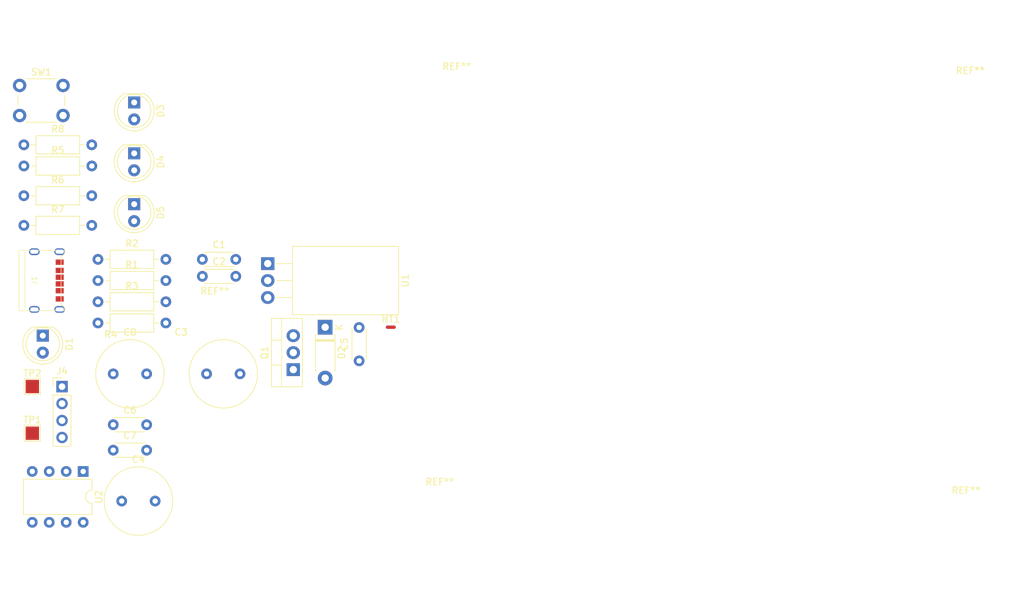
<source format=kicad_pcb>
(kicad_pcb (version 20211014) (generator pcbnew)
  (title_block (title "Mug Warmer Plate") (date "2022-05-14") (rev "0.1") (company "KMBS Labs"))
  (layers (0 "F.Cu" signal) (31 "B.Cu" signal) (34 "B.Paste" user) (35 "F.Paste" user) (36 "B.SilkS" user "B.Silkscreen") (37 "F.SilkS" user "F.Silkscreen") (38 "B.Mask" user) (39 "F.Mask" user) (44 "Edge.Cuts" user))
  (net 0 "")
  (net 1 "GND")
  (net 2 "ELEMENT")
  (net 3 "TEMP")
  (net 4 "Net-(D1-Pad2)")
  (net 5 "Net-(D3-Pad2)")
  (net 6 "Net-(D4-Pad2)")
  (net 7 "Net-(D5-Pad2)")
  (net 8 "/TX")
  (net 9 "/RX")
  (net 10 "GATE")
  (net 11 "Net-(R5-Pad1)")
  (net 12 "Net-(R8-Pad1)")
  (net 13 "+5V")
  (net 14 "Net-(R1-Pad1)")
  (net 15 "Net-(R2-Pad1)")
  (footprint "LED_THT:LED_D5.0mm" (layer "F.Cu") (at 138.43 72.39 -90)
    (fp_text reference "D3" (at 1.27 -3.96 90) (layer "F.SilkS"))
    (fp_text value "LED")
    (fp_line (start -1.29 -1.545) (end -1.29 1.545) (layer "F.SilkS") (width 0.12))
    (fp_arc (start 4.26 -0.000462) (mid 2.072002 2.880433) (end -1.29 1.54483) (layer "F.SilkS") (width 0.12))
    (fp_arc (start -1.29 -1.54483) (mid 2.072002 -2.880433) (end 4.26 0.000462) (layer "F.SilkS") (width 0.12))
    (fp_circle (center 1.27 0) (end 3.77 0) (layer "F.SilkS") (width 0.12) (fill none))
    (pad "1" thru_hole rect (at 0 0 270) (size 1.8 1.8) (drill 0.9) (layers *.Cu *.Mask) (net 1 "GND"))
    (pad "2" thru_hole circle (at 2.54 0 270) (size 1.8 1.8) (drill 0.9) (layers *.Cu *.Mask) (net 5 "Net-(D3-Pad2)"))
  )
  (footprint "USB_C_Power:TYPE-C-31-M-17" (layer "F.Cu") (at 123.485 99.06 -90)
    (fp_text reference "J1" (at 0 0 90) (layer "F.SilkS") (effects (font (size 0.8 0.8) (thickness 0.1))))
    (fp_text value "USB_C_Receptacle_USB2.0")
    (fp_line (start -4 -4.5) (end -3.5 -4) (layer "F.SilkS") (width 0.1))
    (fp_line (start 4.5 -4.5) (end 4.5 2.3) (layer "F.SilkS") (width 0.1))
    (fp_line (start -4.5 -4.5) (end -4.5 2.3) (layer "F.SilkS") (width 0.1))
    (fp_line (start 4.5 2.3) (end -4.5 2.3) (layer "F.SilkS") (width 0.1))
    (fp_line (start 4.2 1.4) (end -4.2 1.4) (layer "F.SilkS") (width 0.1))
    (fp_line (start -4.5 -4.5) (end -4 -4.5) (layer "F.SilkS") (width 0.1))
    (fp_line (start -3.5 -4) (end 3.5 -4) (layer "F.SilkS") (width 0.1))
    (fp_line (start 4 -4.5) (end 4.5 -4.5) (layer "F.SilkS") (width 0.1))
    (fp_line (start 3.5 -4) (end 4 -4.5) (layer "F.SilkS") (width 0.1))
    (pad "1" thru_hole roundrect (at 4.32 0 270) (size 1 1.6) (drill oval 0.6 1.2) (layers *.Cu *.Mask) (roundrect_rratio 0.5))
    (pad "1" thru_hole roundrect (at -4.32 0 270) (size 1 1.6) (drill oval 0.6 1.2) (layers *.Cu *.Mask) (roundrect_rratio 0.5))
    (pad "1" thru_hole roundrect (at 4.32 -3.8 270) (size 1 1.6) (drill oval 0.6 1.2) (layers *.Cu *.Mask) (roundrect_rratio 0.5))
    (pad "1" thru_hole roundrect (at -4.32 -3.8 270) (size 1 1.6) (drill oval 0.6 1.2) (layers *.Cu *.Mask) (roundrect_rratio 0.5))
    (pad "A4" smd rect (at 1.52 -3.8 270) (size 0.8 1.2) (layers "F.Cu" "F.Paste" "F.Mask") (net 13 "+5V"))
    (pad "A5" smd rect (at -0.5 -3.8 270) (size 0.8 1.2) (layers "F.Cu" "F.Paste" "F.Mask") (net 15 "Net-(R2-Pad1)"))
    (pad "A12" smd rect (at 2.75 -3.8 270) (size 0.8 1.2) (layers "F.Cu" "F.Paste" "F.Mask") (net 1 "GND"))
    (pad "B5" smd rect (at 0.5 -3.8 270) (size 0.8 1.2) (layers "F.Cu" "F.Paste" "F.Mask") (net 14 "Net-(R1-Pad1)"))
    (pad "B9" smd rect (at -1.52 -3.8 270) (size 0.8 1.2) (layers "F.Cu" "F.Paste" "F.Mask") (net 13 "+5V"))
    (pad "B12" smd rect (at -2.75 -3.8 270) (size 0.8 1.2) (layers "F.Cu" "F.Paste" "F.Mask") (net 1 "GND"))
  )
  (footprint "NetTie:NetTie-2_SMD_Pad0.5mm" (layer "F.Cu") (at 176.825 106.045)
    (fp_text reference "NT1" (at 0 -1.2) (layer "F.SilkS"))
    (fp_text value "NetTie_2")
    (fp_poly (pts (xy -0.5 -0.25) (xy 0.5 -0.25) (xy 0.5 0.25) (xy -0.5 0.25)) (layer "F.Cu") (width 0) (fill solid))
    (pad "1" smd circle (at -0.5 0) (size 0.5 0.5) (layers "F.Cu") (net 13 "+5V"))
    (pad "2" smd circle (at 0.5 0) (size 0.5 0.5) (layers "F.Cu") (net 2 "ELEMENT"))
  )
  (footprint "TestPoint:TestPoint_Pad_2.0x2.0mm" (layer "F.Cu") (at 123.19 114.935)
    (fp_text reference "TP2" (at 0 -1.998) (layer "F.SilkS"))
    (fp_text value "TestPoint")
    (fp_line (start -1.2 -1.2) (end 1.2 -1.2) (layer "F.SilkS") (width 0.12))
    (fp_line (start 1.2 1.2) (end -1.2 1.2) (layer "F.SilkS") (width 0.12))
    (fp_line (start 1.2 -1.2) (end 1.2 1.2) (layer "F.SilkS") (width 0.12))
    (fp_line (start -1.2 1.2) (end -1.2 -1.2) (layer "F.SilkS") (width 0.12))
    (pad "1" smd rect (at 0 0) (size 2 2) (layers "F.Cu" "F.Mask") (net 1 "GND"))
  )
  (footprint "Capacitor_THT:C_Disc_D4.3mm_W1.9mm_P5.00mm" (layer "F.Cu") (at 148.63 95.885)
    (fp_text reference "C1" (at 2.5 -2.2) (layer "F.SilkS"))
    (fp_text value "10nF")
    (fp_line (start 4.77 1.055) (end 4.77 1.07) (layer "F.SilkS") (width 0.12))
    (fp_line (start 0.23 1.07) (end 4.77 1.07) (layer "F.SilkS") (width 0.12))
    (fp_line (start 0.23 -1.07) (end 0.23 -1.055) (layer "F.SilkS") (width 0.12))
    (fp_line (start 0.23 -1.07) (end 4.77 -1.07) (layer "F.SilkS") (width 0.12))
    (fp_line (start 4.77 -1.07) (end 4.77 -1.055) (layer "F.SilkS") (width 0.12))
    (fp_line (start 0.23 1.055) (end 0.23 1.07) (layer "F.SilkS") (width 0.12))
    (pad "1" thru_hole circle (at 0 0) (size 1.6 1.6) (drill 0.8) (layers *.Cu *.Mask) (net 1 "GND"))
    (pad "2" thru_hole circle (at 5 0) (size 1.6 1.6) (drill 0.8) (layers *.Cu *.Mask) (net 13 "+5V"))
  )
  (footprint "Capacitor_THT:C_Disc_D4.3mm_W1.9mm_P5.00mm" (layer "F.Cu") (at 135.295 120.65)
    (fp_text reference "C6" (at 2.5 -2.2) (layer "F.SilkS"))
    (fp_text value "10nF")
    (fp_line (start 4.77 -1.07) (end 4.77 -1.055) (layer "F.SilkS") (width 0.12))
    (fp_line (start 0.23 -1.07) (end 4.77 -1.07) (layer "F.SilkS") (width 0.12))
    (fp_line (start 0.23 1.07) (end 4.77 1.07) (layer "F.SilkS") (width 0.12))
    (fp_line (start 0.23 -1.07) (end 0.23 -1.055) (layer "F.SilkS") (width 0.12))
    (fp_line (start 0.23 1.055) (end 0.23 1.07) (layer "F.SilkS") (width 0.12))
    (fp_line (start 4.77 1.055) (end 4.77 1.07) (layer "F.SilkS") (width 0.12))
    (pad "1" thru_hole circle (at 0 0) (size 1.6 1.6) (drill 0.8) (layers *.Cu *.Mask) (net 1 "GND"))
    (pad "2" thru_hole circle (at 5 0) (size 1.6 1.6) (drill 0.8) (layers *.Cu *.Mask) (net 13 "+5V"))
  )
  (footprint "MountingHole:MountingHole_2.5mm" (layer "F.Cu") (at 262.89 133.985)
    (fp_text reference "REF**" (at 0 -3.5) (layer "F.SilkS"))
    (fp_text value "MountingHole_2.5mm")
    (pad "" np_thru_hole circle (at 0 0) (size 2.5 2.5) (drill 2.5) (layers *.Cu *.Mask))
  )
  (footprint "MountingHole:MountingHole_2.5mm" (layer "F.Cu") (at 184.15 132.715)
    (fp_text reference "REF**" (at 0 -3.5) (layer "F.SilkS"))
    (fp_text value "MountingHole_2.5mm")
    (pad "" np_thru_hole circle (at 0 0) (size 2.5 2.5) (drill 2.5) (layers *.Cu *.Mask))
  )
  (footprint "Capacitor_THT:C_Disc_D4.3mm_W1.9mm_P5.00mm" (layer "F.Cu") (at 148.63 98.425)
    (fp_text reference "C2" (at 2.5 -2.2) (layer "F.SilkS"))
    (fp_text value "100nF")
    (fp_line (start 4.77 -1.07) (end 4.77 -1.055) (layer "F.SilkS") (width 0.12))
    (fp_line (start 0.23 1.055) (end 0.23 1.07) (layer "F.SilkS") (width 0.12))
    (fp_line (start 0.23 1.07) (end 4.77 1.07) (layer "F.SilkS") (width 0.12))
    (fp_line (start 4.77 1.055) (end 4.77 1.07) (layer "F.SilkS") (width 0.12))
    (fp_line (start 0.23 -1.07) (end 0.23 -1.055) (layer "F.SilkS") (width 0.12))
    (fp_line (start 0.23 -1.07) (end 4.77 -1.07) (layer "F.SilkS") (width 0.12))
    (pad "1" thru_hole circle (at 0 0) (size 1.6 1.6) (drill 0.8) (layers *.Cu *.Mask) (net 1 "GND"))
    (pad "2" thru_hole circle (at 5 0) (size 1.6 1.6) (drill 0.8) (layers *.Cu *.Mask) (net 13 "+5V"))
  )
  (footprint "MountingHole:MountingHole_2.5mm" (layer "F.Cu") (at 186.69 70.485)
    (fp_text reference "REF**" (at 0 -3.5) (layer "F.SilkS"))
    (fp_text value "MountingHole_2.5mm")
    (pad "" np_thru_hole circle (at 0 0) (size 2.5 2.5) (drill 2.5) (layers *.Cu *.Mask))
  )
  (footprint "Package_DIP:DIP-8_W7.62mm" (layer "F.Cu") (at 130.8 127.645 -90)
    (fp_text reference "U2" (at 3.81 -2.33 90) (layer "F.SilkS"))
    (fp_text value "ATtiny85-20P")
    (fp_line (start 1.16 8.95) (end 6.46 8.95) (layer "F.SilkS") (width 0.12))
    (fp_line (start 6.46 8.95) (end 6.46 -1.33) (layer "F.SilkS") (width 0.12))
    (fp_line (start 6.46 -1.33) (end 4.81 -1.33) (layer "F.SilkS") (width 0.12))
    (fp_line (start 2.81 -1.33) (end 1.16 -1.33) (layer "F.SilkS") (width 0.12))
    (fp_line (start 1.16 -1.33) (end 1.16 8.95) (layer "F.SilkS") (width 0.12))
    (fp_arc (start 4.81 -1.33) (mid 3.81 -0.33) (end 2.81 -1.33) (layer "F.SilkS") (width 0.12))
    (pad "1" thru_hole rect (at 0 0 270) (size 1.6 1.6) (drill 0.8) (layers *.Cu *.Mask) (net 3 "TEMP"))
    (pad "2" thru_hole oval (at 0 2.54 270) (size 1.6 1.6) (drill 0.8) (layers *.Cu *.Mask) (net 9 "/RX"))
    (pad "3" thru_hole oval (at 0 5.08 270) (size 1.6 1.6) (drill 0.8) (layers *.Cu *.Mask) (net 8 "/TX"))
    (pad "4" thru_hole oval (at 0 7.62 270) (size 1.6 1.6) (drill 0.8) (layers *.Cu *.Mask) (net 1 "GND"))
    (pad "5" thru_hole oval (at 7.62 7.62 270) (size 1.6 1.6) (drill 0.8) (layers *.Cu *.Mask) (net 10 "GATE"))
    (pad "6" thru_hole oval (at 7.62 5.08 270) (size 1.6 1.6) (drill 0.8) (layers *.Cu *.Mask) (net 11 "Net-(R5-Pad1)"))
    (pad "7" thru_hole oval (at 7.62 2.54 270) (size 1.6 1.6) (drill 0.8) (layers *.Cu *.Mask) (net 12 "Net-(R8-Pad1)"))
    (pad "8" thru_hole oval (at 7.62 0 270) (size 1.6 1.6) (drill 0.8) (layers *.Cu *.Mask) (net 13 "+5V"))
  )
  (footprint "Resistor_THT:R_Axial_DIN0207_L6.3mm_D2.5mm_P10.16mm_Horizontal" (layer "F.Cu") (at 143.17 105.41 180)
    (fp_text reference "R4" (at 8.255 -1.735) (layer "F.SilkS"))
    (fp_text value "10k")
    (fp_line (start 1.04 0) (end 1.81 0) (layer "F.SilkS") (width 0.12))
    (fp_line (start 1.81 -1.37) (end 1.81 1.37) (layer "F.SilkS") (width 0.12))
    (fp_line (start 9.12 0) (end 8.35 0) (layer "F.SilkS") (width 0.12))
    (fp_line (start 1.81 1.37) (end 8.35 1.37) (layer "F.SilkS") (width 0.12))
    (fp_line (start 8.35 -1.37) (end 1.81 -1.37) (layer "F.SilkS") (width 0.12))
    (fp_line (start 8.35 1.37) (end 8.35 -1.37) (layer "F.SilkS") (width 0.12))
    (pad "1" thru_hole circle (at 0 0 180) (size 1.6 1.6) (drill 0.8) (layers *.Cu *.Mask) (net 10 "GATE"))
    (pad "2" thru_hole oval (at 10.16 0 180) (size 1.6 1.6) (drill 0.8) (layers *.Cu *.Mask) (net 1 "GND"))
  )
  (footprint "MountingHole:MountingHole_2.5mm" (layer "F.Cu") (at 263.525 71.12)
    (fp_text reference "REF**" (at 0 -3.5) (layer "F.SilkS"))
    (fp_text value "MountingHole_2.5mm")
    (pad "" np_thru_hole circle (at 0 0) (size 2.5 2.5) (drill 2.5) (layers *.Cu *.Mask))
  )
  (footprint "Capacitor_THT:C_Radial_D10.0mm_H12.5mm_P5.00mm" (layer "F.Cu") (at 136.565 132.08)
    (fp_text reference "C4" (at 2.5 -6.25) (layer "F.SilkS"))
    (fp_text value "1uF")
    (fp_circle (center 2.5 0) (end 7.62 0) (layer "F.SilkS") (width 0.12) (fill none))
    (pad "1" thru_hole circle (at 0 0) (size 1.6 1.6) (drill 0.8) (layers *.Cu *.Mask) (net 1 "GND"))
    (pad "2" thru_hole circle (at 5 0) (size 1.6 1.6) (drill 0.8) (layers *.Cu *.Mask) (net 3 "TEMP"))
  )
  (footprint "Resistor_THT:R_Axial_DIN0207_L6.3mm_D2.5mm_P10.16mm_Horizontal" (layer "F.Cu") (at 133.01 99.06)
    (fp_text reference "R1" (at 5.08 -2.37) (layer "F.SilkS"))
    (fp_text value "5k1")
    (fp_line (start 9.12 0) (end 8.35 0) (layer "F.SilkS") (width 0.12))
    (fp_line (start 1.81 1.37) (end 8.35 1.37) (layer "F.SilkS") (width 0.12))
    (fp_line (start 1.04 0) (end 1.81 0) (layer "F.SilkS") (width 0.12))
    (fp_line (start 8.35 -1.37) (end 1.81 -1.37) (layer "F.SilkS") (width 0.12))
    (fp_line (start 8.35 1.37) (end 8.35 -1.37) (layer "F.SilkS") (width 0.12))
    (fp_line (start 1.81 -1.37) (end 1.81 1.37) (layer "F.SilkS") (width 0.12))
    (pad "1" thru_hole circle (at 0 0) (size 1.6 1.6) (drill 0.8) (layers *.Cu *.Mask) (net 14 "Net-(R1-Pad1)"))
    (pad "2" thru_hole oval (at 10.16 0) (size 1.6 1.6) (drill 0.8) (layers *.Cu *.Mask) (net 1 "GND"))
  )
  (footprint "Resistor_THT:R_Axial_DIN0207_L6.3mm_D2.5mm_P10.16mm_Horizontal" (layer "F.Cu") (at 121.93 81.9)
    (fp_text reference "R5" (at 5.08 -2.37) (layer "F.SilkS"))
    (fp_text value "1k")
    (fp_line (start 1.81 -1.37) (end 1.81 1.37) (layer "F.SilkS") (width 0.12))
    (fp_line (start 1.04 0) (end 1.81 0) (layer "F.SilkS") (width 0.12))
    (fp_line (start 1.81 1.37) (end 8.35 1.37) (layer "F.SilkS") (width 0.12))
    (fp_line (start 8.35 -1.37) (end 1.81 -1.37) (layer "F.SilkS") (width 0.12))
    (fp_line (start 9.12 0) (end 8.35 0) (layer "F.SilkS") (width 0.12))
    (fp_line (start 8.35 1.37) (end 8.35 -1.37) (layer "F.SilkS") (width 0.12))
    (pad "1" thru_hole circle (at 0 0) (size 1.6 1.6) (drill 0.8) (layers *.Cu *.Mask) (net 11 "Net-(R5-Pad1)"))
    (pad "2" thru_hole oval (at 10.16 0) (size 1.6 1.6) (drill 0.8) (layers *.Cu *.Mask) (net 5 "Net-(D3-Pad2)"))
  )
  (footprint "Resistor_THT:R_Axial_DIN0207_L6.3mm_D2.5mm_P10.16mm_Horizontal" (layer "F.Cu") (at 121.92 86.355)
    (fp_text reference "R6" (at 5.08 -2.37) (layer "F.SilkS"))
    (fp_text value "1k")
    (fp_line (start 1.81 -1.37) (end 1.81 1.37) (layer "F.SilkS") (width 0.12))
    (fp_line (start 8.35 -1.37) (end 1.81 -1.37) (layer "F.SilkS") (width 0.12))
    (fp_line (start 8.35 1.37) (end 8.35 -1.37) (layer "F.SilkS") (width 0.12))
    (fp_line (start 1.04 0) (end 1.81 0) (layer "F.SilkS") (width 0.12))
    (fp_line (start 9.12 0) (end 8.35 0) (layer "F.SilkS") (width 0.12))
    (fp_line (start 1.81 1.37) (end 8.35 1.37) (layer "F.SilkS") (width 0.12))
    (pad "1" thru_hole circle (at 0 0) (size 1.6 1.6) (drill 0.8) (layers *.Cu *.Mask) (net 9 "/RX"))
    (pad "2" thru_hole oval (at 10.16 0) (size 1.6 1.6) (drill 0.8) (layers *.Cu *.Mask) (net 6 "Net-(D4-Pad2)"))
  )
  (footprint "Capacitor_THT:C_Radial_D10.0mm_H12.5mm_P5.00mm" (layer "F.Cu") (at 149.265 113.03)
    (fp_text reference "C3" (at -3.81 -6.25) (layer "F.SilkS"))
    (fp_text value "22uF")
    (fp_circle (center 2.5 0) (end 7.62 0) (layer "F.SilkS") (width 0.12) (fill none))
    (pad "1" thru_hole circle (at 0 0) (size 1.6 1.6) (drill 0.8) (layers *.Cu *.Mask) (net 1 "GND"))
    (pad "2" thru_hole circle (at 5 0) (size 1.6 1.6) (drill 0.8) (layers *.Cu *.Mask) (net 13 "+5V"))
  )
  (footprint "Capacitor_THT:C_Radial_D10.0mm_H12.5mm_P5.00mm" (layer "F.Cu") (at 135.295 113.03)
    (fp_text reference "C8" (at 2.5 -6.25) (layer "F.SilkS"))
    (fp_text value "22uF")
    (fp_circle (center 2.5 0) (end 7.62 0) (layer "F.SilkS") (width 0.12) (fill none))
    (pad "1" thru_hole circle (at 0 0) (size 1.6 1.6) (drill 0.8) (layers *.Cu *.Mask) (net 1 "GND"))
    (pad "2" thru_hole circle (at 5 0) (size 1.6 1.6) (drill 0.8) (layers *.Cu *.Mask) (net 13 "+5V"))
  )
  (footprint "Capacitor_THT:C_Disc_D4.3mm_W1.9mm_P5.00mm" (layer "F.Cu") (at 172.085 111.085 90)
    (fp_text reference "C5" (at 2.5 -2.2 90) (layer "F.SilkS"))
    (fp_text value "1nF")
    (fp_line (start 0.23 -1.07) (end 0.23 -1.055) (layer "F.SilkS") (width 0.12))
    (fp_line (start 0.23 1.055) (end 0.23 1.07) (layer "F.SilkS") (width 0.12))
    (fp_line (start 0.23 -1.07) (end 4.77 -1.07) (layer "F.SilkS") (width 0.12))
    (fp_line (start 4.77 -1.07) (end 4.77 -1.055) (layer "F.SilkS") (width 0.12))
    (fp_line (start 4.77 1.055) (end 4.77 1.07) (layer "F.SilkS") (width 0.12))
    (fp_line (start 0.23 1.07) (end 4.77 1.07) (layer "F.SilkS") (width 0.12))
    (pad "1" thru_hole circle (at 0 0 90) (size 1.6 1.6) (drill 0.8) (layers *.Cu *.Mask) (net 2 "ELEMENT"))
    (pad "2" thru_hole circle (at 5 0 90) (size 1.6 1.6) (drill 0.8) (layers *.Cu *.Mask) (net 13 "+5V"))
  )
  (footprint "LED_THT:LED_D5.0mm" (layer "F.Cu") (at 138.43 87.625 -90)
    (fp_text reference "D5" (at 1.27 -3.96 90) (layer "F.SilkS"))
    (fp_text value "LED")
    (fp_line (start -1.29 -1.545) (end -1.29 1.545) (layer "F.SilkS") (width 0.12))
    (fp_arc (start 4.26 -0.000462) (mid 2.072002 2.880433) (end -1.29 1.54483) (layer "F.SilkS") (width 0.12))
    (fp_arc (start -1.29 -1.54483) (mid 2.072002 -2.880433) (end 4.26 0.000462) (layer "F.SilkS") (width 0.12))
    (fp_circle (center 1.27 0) (end 3.77 0) (layer "F.SilkS") (width 0.12) (fill none))
    (pad "1" thru_hole rect (at 0 0 270) (size 1.8 1.8) (drill 0.9) (layers *.Cu *.Mask) (net 1 "GND"))
    (pad "2" thru_hole circle (at 2.54 0 270) (size 1.8 1.8) (drill 0.9) (layers *.Cu *.Mask) (net 7 "Net-(D5-Pad2)"))
  )
  (footprint "LED_THT:LED_D5.0mm" (layer "F.Cu") (at 124.755 107.31 -90)
    (fp_text reference "D1" (at 1.27 -3.96 90) (layer "F.SilkS"))
    (fp_text value "LED")
    (fp_line (start -1.29 -1.545) (end -1.29 1.545) (layer "F.SilkS") (width 0.12))
    (fp_arc (start 4.26 -0.000462) (mid 2.072002 2.880433) (end -1.29 1.54483) (layer "F.SilkS") (width 0.12))
    (fp_arc (start -1.29 -1.54483) (mid 2.072002 -2.880433) (end 4.26 0.000462) (layer "F.SilkS") (width 0.12))
    (fp_circle (center 1.27 0) (end 3.77 0) (layer "F.SilkS") (width 0.12) (fill none))
    (pad "1" thru_hole rect (at 0 0 270) (size 1.8 1.8) (drill 0.9) (layers *.Cu *.Mask) (net 1 "GND"))
    (pad "2" thru_hole circle (at 2.54 0 270) (size 1.8 1.8) (drill 0.9) (layers *.Cu *.Mask) (net 4 "Net-(D1-Pad2)"))
  )
  (footprint "Button_Switch_THT:SW_PUSH_6mm_H4.3mm" (layer "F.Cu") (at 121.285 69.845)
    (fp_text reference "SW1" (at 3.25 -2) (layer "F.SilkS"))
    (fp_text value "SW_DIP_x01")
    (fp_line (start 1 5.5) (end 5.5 5.5) (layer "F.SilkS") (width 0.12))
    (fp_line (start -0.25 1.5) (end -0.25 3) (layer "F.SilkS") (width 0.12))
    (fp_line (start 6.75 3) (end 6.75 1.5) (layer "F.SilkS") (width 0.12))
    (fp_line (start 5.5 -1) (end 1 -1) (layer "F.SilkS") (width 0.12))
    (pad "1" thru_hole circle (at 0 0 90) (size 2 2) (drill 1.1) (layers *.Cu *.Mask) (net 12 "Net-(R8-Pad1)"))
    (pad "1" thru_hole circle (at 6.5 0 90) (size 2 2) (drill 1.1) (layers *.Cu *.Mask) (net 12 "Net-(R8-Pad1)"))
    (pad "2" thru_hole circle (at 6.5 4.5 90) (size 2 2) (drill 1.1) (layers *.Cu *.Mask) (net 13 "+5V"))
    (pad "2" thru_hole circle (at 0 4.5 90) (size 2 2) (drill 1.1) (layers *.Cu *.Mask) (net 13 "+5V"))
  )
  (footprint "Capacitor_THT:C_Disc_D4.3mm_W1.9mm_P5.00mm" (layer "F.Cu") (at 135.295 124.46)
    (fp_text reference "C7" (at 2.5 -2.2) (layer "F.SilkS"))
    (fp_text value "100nF")
    (fp_line (start 0.23 1.055) (end 0.23 1.07) (layer "F.SilkS") (width 0.12))
    (fp_line (start 0.23 -1.07) (end 4.77 -1.07) (layer "F.SilkS") (width 0.12))
    (fp_line (start 0.23 1.07) (end 4.77 1.07) (layer "F.SilkS") (width 0.12))
    (fp_line (start 4.77 -1.07) (end 4.77 -1.055) (layer "F.SilkS") (width 0.12))
    (fp_line (start 4.77 1.055) (end 4.77 1.07) (layer "F.SilkS") (width 0.12))
    (fp_line (start 0.23 -1.07) (end 0.23 -1.055) (layer "F.SilkS") (width 0.12))
    (pad "1" thru_hole circle (at 0 0) (size 1.6 1.6) (drill 0.8) (layers *.Cu *.Mask) (net 1 "GND"))
    (pad "2" thru_hole circle (at 5 0) (size 1.6 1.6) (drill 0.8) (layers *.Cu *.Mask) (net 13 "+5V"))
  )
  (footprint "MountingHole:MountingHole_2.5mm" (layer "F.Cu") (at 150.495 104.14)
    (fp_text reference "REF**" (at 0 -3.5) (layer "F.SilkS"))
    (fp_text value "MountingHole_2.5mm")
    (pad "" np_thru_hole circle (at 0 0) (size 2.5 2.5) (drill 2.5) (layers *.Cu *.Mask))
  )
  (footprint "LED_THT:LED_D5.0mm" (layer "F.Cu") (at 138.43 80.01 -90)
    (fp_text reference "D4" (at 1.27 -3.96 90) (layer "F.SilkS"))
    (fp_text value "LED")
    (fp_line (start -1.29 -1.545) (end -1.29 1.545) (layer "F.SilkS") (width 0.12))
    (fp_arc (start 4.26 -0.000462) (mid 2.072002 2.880433) (end -1.29 1.54483) (layer "F.SilkS") (width 0.12))
    (fp_arc (start -1.29 -1.54483) (mid 2.072002 -2.880433) (end 4.26 0.000462) (layer "F.SilkS") (width 0.12))
    (fp_circle (center 1.27 0) (end 3.77 0) (layer "F.SilkS") (width 0.12) (fill none))
    (pad "1" thru_hole rect (at 0 0 270) (size 1.8 1.8) (drill 0.9) (layers *.Cu *.Mask) (net 1 "GND"))
    (pad "2" thru_hole circle (at 2.54 0 270) (size 1.8 1.8) (drill 0.9) (layers *.Cu *.Mask) (net 6 "Net-(D4-Pad2)"))
  )
  (footprint "Package_TO_SOT_THT:TO-220-3_Vertical" (layer "F.Cu") (at 162.235 112.395 90)
    (fp_text reference "Q1" (at 2.54 -4.27 90) (layer "F.SilkS"))
    (fp_text value "IRLZ44N")
    (fp_line (start -2.58 -3.27) (end -2.58 1.371) (layer "F.SilkS") (width 0.12))
    (fp_line (start 0.69 -3.27) (end 0.69 -1.76) (layer "F.SilkS") (width 0.12))
    (fp_line (start 4.391 -3.27) (end 4.391 -1.76) (layer "F.SilkS") (width 0.12))
    (fp_line (start -2.58 1.371) (end 7.66 1.371) (layer "F.SilkS") (width 0.12))
    (fp_line (start -2.58 -1.76) (end 7.66 -1.76) (layer "F.SilkS") (width 0.12))
    (fp_line (start -2.58 -3.27) (end 7.66 -3.27) (layer "F.SilkS") (width 0.12))
    (fp_line (start 7.66 -3.27) (end 7.66 1.371) (layer "F.SilkS") (width 0.12))
    (pad "1" thru_hole rect (at 0 0 90) (size 1.905 2) (drill 1.1) (layers *.Cu *.Mask) (net 10 "GATE"))
    (pad "2" thru_hole oval (at 2.54 0 90) (size 1.905 2) (drill 1.1) (layers *.Cu *.Mask) (net 2 "ELEMENT"))
    (pad "3" thru_hole oval (at 5.08 0 90) (size 1.905 2) (drill 1.1) (layers *.Cu *.Mask) (net 1 "GND"))
  )
  (footprint "Package_TO_SOT_THT:TO-220-3_Horizontal_TabDown" (layer "F.Cu") (at 158.41 96.52 -90)
    (fp_text reference "U1" (at 2.54 -20.58 90) (layer "F.SilkS"))
    (fp_text value "LM35-NEB")
    (fp_line (start 5.08 -3.69) (end 5.08 -1.15) (layer "F.SilkS") (width 0.12))
    (fp_line (start -2.58 -3.69) (end 7.66 -3.69) (layer "F.SilkS") (width 0.12))
    (fp_line (start -2.58 -19.58) (end -2.58 -3.69) (layer "F.SilkS") (width 0.12))
    (fp_line (start 7.66 -19.58) (end 7.66 -3.69) (layer "F.SilkS") (width 0.12))
    (fp_line (start -2.58 -19.58) (end 7.66 -19.58) (layer "F.SilkS") (width 0.12))
    (fp_line (start 2.54 -3.69) (end 2.54 -1.15) (layer "F.SilkS") (width 0.12))
    (fp_line (start 0 -3.69) (end 0 -1.15) (layer "F.SilkS") (width 0.12))
    (pad "" np_thru_hole oval (at 2.54 -16.66 270) (size 3.5 3.5) (drill 3.5) (layers *.Cu *.Mask))
    (pad "1" thru_hole rect (at 0 0 270) (size 1.905 2) (drill 1.1) (layers *.Cu *.Mask) (net 13 "+5V"))
    (pad "2" thru_hole oval (at 2.54 0 270) (size 1.905 2) (drill 1.1) (layers *.Cu *.Mask) (net 1 "GND"))
    (pad "3" thru_hole oval (at 5.08 0 270) (size 1.905 2) (drill 1.1) (layers *.Cu *.Mask) (net 3 "TEMP"))
  )
  (footprint "TestPoint:TestPoint_Pad_2.0x2.0mm" (layer "F.Cu") (at 123.19 121.92)
    (fp_text reference "TP1" (at 0 -1.998) (layer "F.SilkS"))
    (fp_text value "TestPoint")
    (fp_line (start 1.2 1.2) (end -1.2 1.2) (layer "F.SilkS") (width 0.12))
    (fp_line (start 1.2 -1.2) (end 1.2 1.2) (layer "F.SilkS") (width 0.12))
    (fp_line (start -1.2 1.2) (end -1.2 -1.2) (layer "F.SilkS") (width 0.12))
    (fp_line (start -1.2 -1.2) (end 1.2 -1.2) (layer "F.SilkS") (width 0.12))
    (pad "1" smd rect (at 0 0) (size 2 2) (layers "F.Cu" "F.Mask") (net 13 "+5V"))
  )
  (footprint "Resistor_THT:R_Axial_DIN0207_L6.3mm_D2.5mm_P10.16mm_Horizontal" (layer "F.Cu") (at 121.92 90.8)
    (fp_text reference "R7" (at 5.08 -2.37) (layer "F.SilkS"))
    (fp_text value "1k")
    (fp_line (start 8.35 -1.37) (end 1.81 -1.37) (layer "F.SilkS") (width 0.12))
    (fp_line (start 1.81 1.37) (end 8.35 1.37) (layer "F.SilkS") (width 0.12))
    (fp_line (start 8.35 1.37) (end 8.35 -1.37) (layer "F.SilkS") (width 0.12))
    (fp_line (start 1.04 0) (end 1.81 0) (layer "F.SilkS") (width 0.12))
    (fp_line (start 9.12 0) (end 8.35 0) (layer "F.SilkS") (width 0.12))
    (fp_line (start 1.81 -1.37) (end 1.81 1.37) (layer "F.SilkS") (width 0.12))
    (pad "1" thru_hole circle (at 0 0) (size 1.6 1.6) (drill 0.8) (layers *.Cu *.Mask) (net 8 "/TX"))
    (pad "2" thru_hole oval (at 10.16 0) (size 1.6 1.6) (drill 0.8) (layers *.Cu *.Mask) (net 7 "Net-(D5-Pad2)"))
  )
  (footprint "Resistor_THT:R_Axial_DIN0207_L6.3mm_D2.5mm_P10.16mm_Horizontal" (layer "F.Cu") (at 133.01 95.885)
    (fp_text reference "R2" (at 5.08 -2.37) (layer "F.SilkS"))
    (fp_text value "5k1")
    (fp_line (start 8.35 -1.37) (end 1.81 -1.37) (layer "F.SilkS") (width 0.12))
    (fp_line (start 1.81 1.37) (end 8.35 1.37) (layer "F.SilkS") (width 0.12))
    (fp_line (start 1.81 -1.37) (end 1.81 1.37) (layer "F.SilkS") (width 0.12))
    (fp_line (start 1.04 0) (end 1.81 0) (layer "F.SilkS") (width 0.12))
    (fp_line (start 8.35 1.37) (end 8.35 -1.37) (layer "F.SilkS") (width 0.12))
    (fp_line (start 9.12 0) (end 8.35 0) (layer "F.SilkS") (width 0.12))
    (pad "1" thru_hole circle (at 0 0) (size 1.6 1.6) (drill 0.8) (layers *.Cu *.Mask) (net 15 "Net-(R2-Pad1)"))
    (pad "2" thru_hole oval (at 10.16 0) (size 1.6 1.6) (drill 0.8) (layers *.Cu *.Mask) (net 1 "GND"))
  )
  (footprint "Resistor_THT:R_Axial_DIN0207_L6.3mm_D2.5mm_P10.16mm_Horizontal" (layer "F.Cu") (at 121.92 78.735)
    (fp_text reference "R8" (at 5.08 -2.37) (layer "F.SilkS"))
    (fp_text value "10k")
    (fp_line (start 1.04 0) (end 1.81 0) (layer "F.SilkS") (width 0.12))
    (fp_line (start 9.12 0) (end 8.35 0) (layer "F.SilkS") (width 0.12))
    (fp_line (start 8.35 1.37) (end 8.35 -1.37) (layer "F.SilkS") (width 0.12))
    (fp_line (start 8.35 -1.37) (end 1.81 -1.37) (layer "F.SilkS") (width 0.12))
    (fp_line (start 1.81 1.37) (end 8.35 1.37) (layer "F.SilkS") (width 0.12))
    (fp_line (start 1.81 -1.37) (end 1.81 1.37) (layer "F.SilkS") (width 0.12))
    (pad "1" thru_hole circle (at 0 0) (size 1.6 1.6) (drill 0.8) (layers *.Cu *.Mask) (net 12 "Net-(R8-Pad1)"))
    (pad "2" thru_hole oval (at 10.16 0) (size 1.6 1.6) (drill 0.8) (layers *.Cu *.Mask) (net 1 "GND"))
  )
  (footprint "Connector_PinHeader_2.54mm:PinHeader_1x04_P2.54mm_Vertical" (layer "F.Cu") (at 127.635 114.945)
    (fp_text reference "J4" (at 0 -2.33) (layer "F.SilkS"))
    (fp_text value "Conn_01x02_Male")
    (fp_line (start -1.33 0) (end -1.33 -1.33) (layer "F.SilkS") (width 0.12))
    (fp_line (start -1.33 8.95) (end 1.33 8.95) (layer "F.SilkS") (width 0.12))
    (fp_line (start 1.33 1.27) (end 1.33 8.95) (layer "F.SilkS") (width 0.12))
    (fp_line (start -1.33 -1.33) (end 0 -1.33) (layer "F.SilkS") (width 0.12))
    (fp_line (start -1.33 1.27) (end 1.33 1.27) (layer "F.SilkS") (width 0.12))
    (fp_line (start -1.33 1.27) (end -1.33 8.95) (layer "F.SilkS") (width 0.12))
    (pad "1" thru_hole rect (at 0 0) (size 1.7 1.7) (drill 1) (layers *.Cu *.Mask) (net 1 "GND"))
    (pad "2" thru_hole oval (at 0 2.54) (size 1.7 1.7) (drill 1) (layers *.Cu *.Mask) (net 8 "/TX"))
    (pad "3" thru_hole oval (at 0 5.08) (size 1.7 1.7) (drill 1) (layers *.Cu *.Mask) (net 9 "/RX"))
    (pad "4" thru_hole oval (at 0 7.62) (size 1.7 1.7) (drill 1) (layers *.Cu *.Mask) (net 13 "+5V"))
  )
  (footprint "Diode_THT:D_DO-41_SOD81_P7.62mm_Horizontal" (layer "F.Cu") (at 167.005 106.045 -90)
    (fp_text reference "D2" (at 3.81 -2.47 90) (layer "F.SilkS"))
    (fp_text value "DIODE")
    (fp_text user "K" (at 0 -2.1 90) (layer "F.SilkS"))
    (fp_line (start 1.99 -1.47) (end 1.99 1.47) (layer "F.SilkS") (width 0.12))
    (fp_line (start 1.09 -1.34) (end 1.09 -1.47) (layer "F.SilkS") (width 0.12))
    (fp_line (start 1.87 -1.47) (end 1.87 1.47) (layer "F.SilkS") (width 0.12))
    (fp_line (start 6.53 -1.47) (end 6.53 -1.34) (layer "F.SilkS") (width 0.12))
    (fp_line (start 2.11 -1.47) (end 2.11 1.47) (layer "F.SilkS") (width 0.12))
    (fp_line (start 6.53 1.47) (end 6.53 1.34) (layer "F.SilkS") (width 0.12))
    (fp_line (start 1.09 1.47) (end 6.53 1.47) (layer "F.SilkS") (width 0.12))
    (fp_line (start 1.09 1.34) (end 1.09 1.47) (layer "F.SilkS") (width 0.12))
    (fp_line (start 1.09 -1.47) (end 6.53 -1.47) (layer "F.SilkS") (width 0.12))
    (pad "1" thru_hole rect (at 0 0 270) (size 2.2 2.2) (drill 1.1) (layers *.Cu *.Mask) (net 2 "ELEMENT"))
    (pad "2" thru_hole oval (at 7.62 0 270) (size 2.2 2.2) (drill 1.1) (layers *.Cu *.Mask) (net 13 "+5V"))
  )
  (footprint "Resistor_THT:R_Axial_DIN0207_L6.3mm_D2.5mm_P10.16mm_Horizontal" (layer "F.Cu") (at 133.01 102.235)
    (fp_text reference "R3" (at 5.08 -2.37) (layer "F.SilkS"))
    (fp_text value "1k")
    (fp_line (start 8.35 1.37) (end 8.35 -1.37) (layer "F.SilkS") (width 0.12))
    (fp_line (start 1.81 -1.37) (end 1.81 1.37) (layer "F.SilkS") (width 0.12))
    (fp_line (start 9.12 0) (end 8.35 0) (layer "F.SilkS") (width 0.12))
    (fp_line (start 1.04 0) (end 1.81 0) (layer "F.SilkS") (width 0.12))
    (fp_line (start 8.35 -1.37) (end 1.81 -1.37) (layer "F.SilkS") (width 0.12))
    (fp_line (start 1.81 1.37) (end 8.35 1.37) (layer "F.SilkS") (width 0.12))
    (pad "1" thru_hole circle (at 0 0) (size 1.6 1.6) (drill 0.8) (layers *.Cu *.Mask) (net 13 "+5V"))
    (pad "2" thru_hole oval (at 10.16 0) (size 1.6 1.6) (drill 0.8) (layers *.Cu *.Mask) (net 4 "Net-(D1-Pad2)"))
  )
)
</source>
